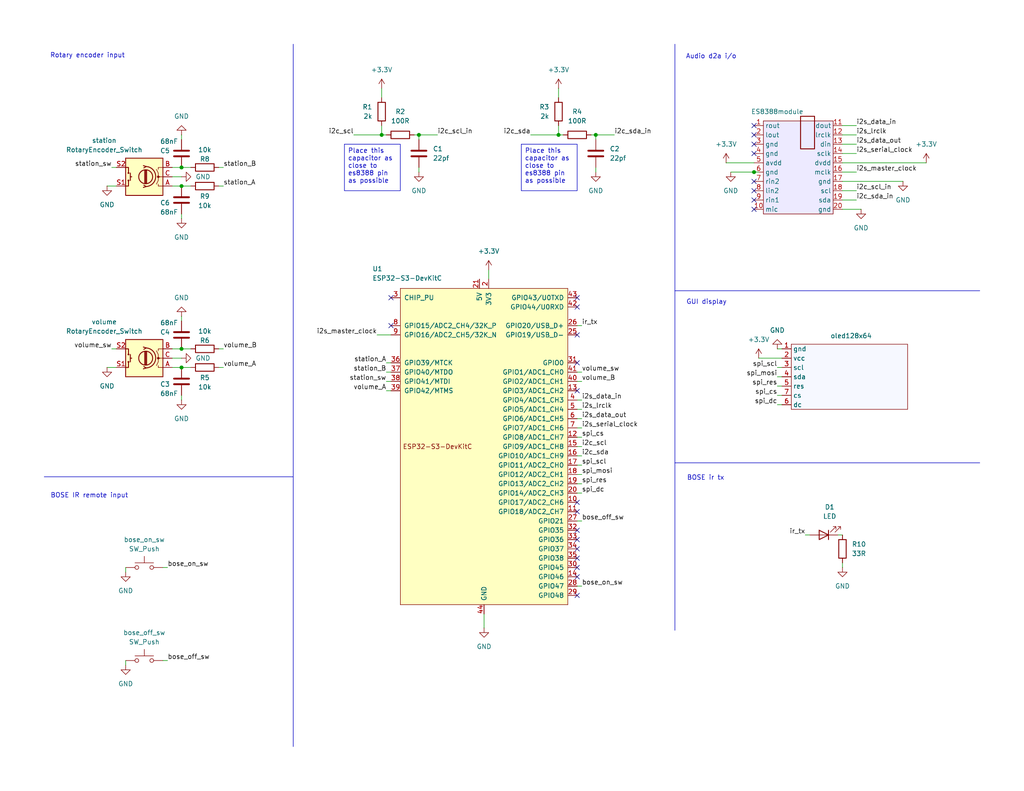
<source format=kicad_sch>
(kicad_sch (version 20250114) (generator "eeschema") (generator_version "9.0")
  (paper "USLetter")
  (title_block (title "Internet Radio V2") (date "2025-12-01") (rev "2.0") (company "AG Keck"))
  (lib_symbols
    (symbol "Device:C" (pin_numbers (hide yes)) (pin_names (offset 0.254))
      (property "Reference" "C" (at 0.635 2.54 0))
      (property "Value" "C" (at 0.635 -2.54 0))
      (symbol "C_0_1"
        (polyline (pts (xy -2.032 0.762) (xy 2.032 0.762)) (stroke (width 0.508)))
        (polyline (pts (xy -2.032 -0.762) (xy 2.032 -0.762)) (stroke (width 0.508)))
      )
      (symbol "C_1_1"
        (pin passive line (at 0 3.81 270) (length 2.794) (name "~") (number "1"))
        (pin passive line (at 0 -3.81 90) (length 2.794) (name "~") (number "2"))
      )
    )
    (symbol "Device:LED" (pin_numbers (hide yes)) (pin_names (offset 1.016) (hide yes))
      (property "Reference" "D" (at 0 2.54 0))
      (property "Value" "LED" (at 0 -2.54 0))
      (symbol "LED_0_1"
        (polyline (pts (xy -3.048 -0.762) (xy -4.572 -2.286) (xy -3.81 -2.286) (xy -4.572 -2.286) (xy -4.572 -1.524)))
        (polyline (pts (xy -1.778 -0.762) (xy -3.302 -2.286) (xy -2.54 -2.286) (xy -3.302 -2.286) (xy -3.302 -1.524)))
        (polyline (pts (xy -1.27 0) (xy 1.27 0)))
        (polyline (pts (xy -1.27 -1.27) (xy -1.27 1.27)) (stroke (width 0.254)))
        (polyline (pts (xy 1.27 -1.27) (xy 1.27 1.27) (xy -1.27 0) (xy 1.27 -1.27)) (stroke (width 0.254)))
      )
      (symbol "LED_1_1"
        (pin passive line (at -3.81 0 0) (length 2.54) (name "K") (number "1"))
        (pin passive line (at 3.81 0 180) (length 2.54) (name "A") (number "2"))
      )
    )
    (symbol "Device:R" (pin_numbers (hide yes)) (pin_names (offset 0))
      (property "Reference" "R" (at 2.032 0 90))
      (property "Value" "R" (at 0 0 90))
      (symbol "R_0_1"
        (rectangle (start -1.016 -2.54) (end 1.016 2.54) (stroke (width 0.254)))
      )
      (symbol "R_1_1"
        (pin passive line (at 0 3.81 270) (length 1.27) (name "~") (number "1"))
        (pin passive line (at 0 -3.81 90) (length 1.27) (name "~") (number "2"))
      )
    )
    (symbol "Device:RotaryEncoder_Switch" (pin_names (offset 0.254) (hide yes))
      (property "Reference" "SW" (at 0 6.604 0))
      (property "Value" "RotaryEncoder_Switch" (at 0 -6.604 0))
      (symbol "RotaryEncoder_Switch_0_1"
        (rectangle (start -5.08 5.08) (end 5.08 -5.08) (stroke (width 0.254)) (fill (type background)))
        (polyline (pts (xy -5.08 2.54) (xy -3.81 2.54) (xy -3.81 2.032)))
        (polyline (pts (xy -5.08 0) (xy -3.81 0) (xy -3.81 -1.016) (xy -3.302 -2.032)))
        (polyline (pts (xy -5.08 -2.54) (xy -3.81 -2.54) (xy -3.81 -2.032)))
        (polyline (pts (xy -4.318 0) (xy -3.81 0) (xy -3.81 1.016) (xy -3.302 2.032)))
        (circle (center -3.81 0) (radius 0.254) (fill (type outline)))
        (polyline (pts (xy -0.635 -1.778) (xy -0.635 1.778)) (stroke (width 0.254)))
        (circle (center -0.381 0) (radius 1.905) (stroke (width 0.254)))
        (polyline (pts (xy -0.381 -1.778) (xy -0.381 1.778)) (stroke (width 0.254)))
        (arc (start -0.381 -2.794) (mid -3.0988 -0.0635) (end -0.381 2.667) (stroke (width 0.254)))
        (polyline (pts (xy -0.127 1.778) (xy -0.127 -1.778)) (stroke (width 0.254)))
        (polyline (pts (xy 0.254 2.921) (xy -0.508 2.667) (xy 0.127 2.286)) (stroke (width 0.254)))
        (polyline (pts (xy 0.254 -3.048) (xy -0.508 -2.794) (xy 0.127 -2.413)) (stroke (width 0.254)))
        (polyline (pts (xy 3.81 1.016) (xy 3.81 -1.016)) (stroke (width 0.254)))
        (polyline (pts (xy 3.81 0) (xy 3.429 0)) (stroke (width 0.254)))
        (circle (center 4.318 1.016) (radius 0.127) (stroke (width 0.254)))
        (circle (center 4.318 -1.016) (radius 0.127) (stroke (width 0.254)))
        (polyline (pts (xy 5.08 2.54) (xy 4.318 2.54) (xy 4.318 1.016)) (stroke (width 0.254)))
        (polyline (pts (xy 5.08 -2.54) (xy 4.318 -2.54) (xy 4.318 -1.016)) (stroke (width 0.254)))
      )
      (symbol "RotaryEncoder_Switch_1_1"
        (pin passive line (at -7.62 2.54 0) (length 2.54) (name "A") (number "A"))
        (pin passive line (at -7.62 0 0) (length 2.54) (name "C") (number "C"))
        (pin passive line (at -7.62 -2.54 0) (length 2.54) (name "B") (number "B"))
        (pin passive line (at 7.62 2.54 180) (length 2.54) (name "S1") (number "S1"))
        (pin passive line (at 7.62 -2.54 180) (length 2.54) (name "S2") (number "S2"))
      )
    )
    (symbol "Espressif:ESP32-S3-DevKitC" (pin_names (offset 1.016))
      (property "Reference" "U" (at -22.86 48.26 0))
      (property "Value" "ESP32-S3-DevKitC" (at -22.86 45.72 0))
      (symbol "ESP32-S3-DevKitC_0_0"
        (text "ESP32-S3-DevKitC" (at -12.7 0 0) (effects (font (size 1.27 1.27))))
        (pin bidirectional line (at -25.4 15.24 0) (length 2.54) (name "GPIO42/MTMS") (number "39"))
        (pin power_in line (at 0 -45.72 90) (length 2.54) (name "GND") (number "44"))
        (pin bidirectional line (at 25.4 40.64 180) (length 2.54) (name "GPIO43/U0TXD") (number "43"))
        (pin bidirectional line (at 25.4 38.1 180) (length 2.54) (name "GPIO44/U0RXD") (number "42"))
        (pin bidirectional line (at 25.4 20.32 180) (length 2.54) (name "GPIO1/ADC1_CH0") (number "41"))
        (pin bidirectional line (at 25.4 17.78 180) (length 2.54) (name "GPIO2/ADC1_CH1") (number "40"))
        (pin bidirectional line (at 25.4 -10.16 180) (length 2.54) (name "GPIO13/ADC2_CH2") (number "19"))
        (pin bidirectional line (at 25.4 -35.56 180) (length 2.54) (name "GPIO46") (number "14"))
      )
      (symbol "ESP32-S3-DevKitC_0_1"
        (rectangle (start -22.86 43.18) (end 22.86 -43.18) (fill (type background)))
        (pin power_in line (at 1.27 45.72 270) (length 2.54) (name "3V3") (number "2"))
      )
      (symbol "ESP32-S3-DevKitC_1_1"
        (pin input line (at -25.4 40.64 0) (length 2.54) (name "CHIP_PU") (number "3"))
        (pin bidirectional line (at -25.4 33.02 0) (length 2.54) (name "GPIO15/ADC2_CH4/32K_P") (number "8"))
        (pin bidirectional line (at -25.4 30.48 0) (length 2.54) (name "GPIO16/ADC2_CH5/32K_N") (number "9"))
        (pin bidirectional line (at -25.4 22.86 0) (length 2.54) (name "GPIO39/MTCK") (number "36"))
        (pin bidirectional line (at -25.4 20.32 0) (length 2.54) (name "GPIO40/MTDO") (number "37"))
        (pin bidirectional line (at -25.4 17.78 0) (length 2.54) (name "GPIO41/MTDI") (number "38"))
        (pin power_in line (at -1.27 45.72 270) (length 2.54) (name "5V") (number "21"))
        (pin passive line (at 0 -45.72 90) (length 2.54) (hide yes) (name "GND") (number "22"))
        (pin passive line (at 0 -45.72 90) (length 2.54) (hide yes) (name "GND") (number "23"))
        (pin passive line (at 0 -45.72 90) (length 2.54) (hide yes) (name "GND") (number "24"))
        (pin passive line (at 1.27 45.72 270) (length 2.54) (hide yes) (name "3V3") (number "1"))
        (pin bidirectional line (at 25.4 33.02 180) (length 2.54) (name "GPIO20/USB_D+") (number "26"))
        (pin bidirectional line (at 25.4 30.48 180) (length 2.54) (name "GPIO19/USB_D-") (number "25"))
        (pin bidirectional line (at 25.4 22.86 180) (length 2.54) (name "GPIO0") (number "31"))
        (pin bidirectional line (at 25.4 15.24 180) (length 2.54) (name "GPIO3/ADC1_CH2") (number "13"))
        (pin bidirectional line (at 25.4 12.7 180) (length 2.54) (name "GPIO4/ADC1_CH3") (number "4"))
        (pin bidirectional line (at 25.4 10.16 180) (length 2.54) (name "GPIO5/ADC1_CH4") (number "5"))
        (pin bidirectional line (at 25.4 7.62 180) (length 2.54) (name "GPIO6/ADC1_CH5") (number "6"))
        (pin bidirectional line (at 25.4 5.08 180) (length 2.54) (name "GPIO7/ADC1_CH6") (number "7"))
        (pin bidirectional line (at 25.4 2.54 180) (length 2.54) (name "GPIO8/ADC1_CH7") (number "12"))
        (pin bidirectional line (at 25.4 0 180) (length 2.54) (name "GPIO9/ADC1_CH8") (number "15"))
        (pin bidirectional line (at 25.4 -2.54 180) (length 2.54) (name "GPIO10/ADC1_CH9") (number "16"))
        (pin bidirectional line (at 25.4 -5.08 180) (length 2.54) (name "GPIO11/ADC2_CH0") (number "17"))
        (pin bidirectional line (at 25.4 -7.62 180) (length 2.54) (name "GPIO12/ADC2_CH1") (number "18"))
        (pin bidirectional line (at 25.4 -12.7 180) (length 2.54) (name "GPIO14/ADC2_CH3") (number "20"))
        (pin bidirectional line (at 25.4 -15.24 180) (length 2.54) (name "GPIO17/ADC2_CH6") (number "10"))
        (pin bidirectional line (at 25.4 -17.78 180) (length 2.54) (name "GPIO18/ADC2_CH7") (number "11"))
        (pin bidirectional line (at 25.4 -20.32 180) (length 2.54) (name "GPIO21") (number "27"))
        (pin bidirectional line (at 25.4 -22.86 180) (length 2.54) (name "GPIO35") (number "32"))
        (pin bidirectional line (at 25.4 -25.4 180) (length 2.54) (name "GPIO36") (number "33"))
        (pin bidirectional line (at 25.4 -27.94 180) (length 2.54) (name "GPIO37") (number "34"))
        (pin bidirectional line (at 25.4 -30.48 180) (length 2.54) (name "GPIO38") (number "35"))
        (pin bidirectional line (at 25.4 -33.02 180) (length 2.54) (name "GPIO45") (number "30"))
        (pin bidirectional line (at 25.4 -38.1 180) (length 2.54) (name "GPIO47") (number "28"))
        (pin bidirectional line (at 25.4 -40.64 180) (length 2.54) (name "GPIO48") (number "29"))
      )
    )
    (symbol "Switch:SW_Push" (pin_numbers (hide yes)) (pin_names (offset 1.016) (hide yes))
      (property "Reference" "SW" (at 1.27 2.54 0))
      (property "Value" "SW_Push" (at 0 -1.524 0))
      (symbol "SW_Push_0_1"
        (circle (center -2.032 0) (radius 0.508))
        (polyline (pts (xy 0 1.27) (xy 0 3.048)))
        (circle (center 2.032 0) (radius 0.508))
        (polyline (pts (xy 2.54 1.27) (xy -2.54 1.27)))
        (pin passive line (at -5.08 0 0) (length 2.54) (name "1") (number "1"))
        (pin passive line (at 5.08 0 180) (length 2.54) (name "2") (number "2"))
      )
    )
    (symbol "es8388_module:es8388_module"
      (property "Reference" "U" (at 6.35 14.605 0))
      (property "Value" "ES8388module" (at -6.35 14.605 0))
      (symbol "es8388_module_0_1"
        (rectangle (start -10.16 12.7) (end 8.89 -12.7) (fill (type color) (color 207 198 255 0.36)))
        (rectangle (start 0 13.97) (end 3.81 5.08) (stroke (width 0.254)))
      )
      (symbol "es8388_module_1_0"
        (pin output line (at 11.43 11.43 180) (length 2.54) (name "dout") (number "11"))
        (pin input line (at 11.43 8.89 180) (length 2.54) (name "lrclk") (number "12"))
      )
      (symbol "es8388_module_1_1"
        (pin output line (at -12.7 11.43 0) (length 2.54) (name "rout") (number "1"))
        (pin output line (at -12.7 8.89 0) (length 2.54) (name "lout") (number "2"))
        (pin power_out line (at -12.7 6.35 0) (length 2.54) (name "gnd") (number "3"))
        (pin power_out line (at -12.7 3.81 0) (length 2.54) (name "gnd") (number "4"))
        (pin power_in line (at -12.7 1.27 0) (length 2.54) (name "avdd") (number "5"))
        (pin power_out line (at -12.7 -1.27 0) (length 2.54) (name "gnd") (number "6"))
        (pin input line (at -12.7 -3.81 0) (length 2.54) (name "rin2") (number "7"))
        (pin input line (at -12.7 -6.35 0) (length 2.54) (name "lin2") (number "8"))
        (pin input line (at -12.7 -8.89 0) (length 2.54) (name "rin1") (number "9"))
        (pin input line (at -12.7 -11.43 0) (length 2.54) (name "mic") (number "10"))
        (pin input line (at 11.43 6.35 180) (length 2.54) (name "din") (number "13"))
        (pin input line (at 11.43 3.81 180) (length 2.54) (name "sclk") (number "14"))
        (pin power_in line (at 11.43 1.27 180) (length 2.54) (name "dvdd") (number "15"))
        (pin input line (at 11.43 -1.27 180) (length 2.54) (name "mclk") (number "16"))
        (pin power_out line (at 11.43 -3.81 180) (length 2.54) (name "gnd") (number "17"))
        (pin input line (at 11.43 -6.35 180) (length 2.54) (name "scl") (number "18"))
        (pin input line (at 11.43 -8.89 180) (length 2.54) (name "sda") (number "19"))
        (pin power_out line (at 11.43 -11.43 180) (length 2.54) (name "gnd") (number "20"))
      )
    )
    (symbol "oled_128x64_spi:oled_128x64_spi"
      (property "Reference" "U" (at 3.175 10.795 0))
      (property "Value" "oled128x64" (at -7.62 10.795 0))
      (symbol "oled_128x64_spi_0_1"
        (rectangle (start -8.89 8.89) (end 22.86 -8.89) (fill (type color) (color 174 198 255 0.11)))
      )
      (symbol "oled_128x64_spi_1_1"
        (pin power_out line (at -11.43 7.62 0) (length 2.54) (name "gnd") (number "1"))
        (pin power_in line (at -11.43 5.08 0) (length 2.54) (name "vcc") (number "2"))
        (pin input line (at -11.43 2.54 0) (length 2.54) (name "scl") (number "3"))
        (pin input line (at -11.43 0 0) (length 2.54) (name "sda") (number "4"))
        (pin input line (at -11.43 -2.54 0) (length 2.54) (name "res") (number "5"))
        (pin input line (at -11.43 -5.08 0) (length 2.54) (name "cs") (number "7"))
        (pin input line (at -11.43 -7.62 0) (length 2.54) (name "dc") (number "6"))
      )
    )
    (symbol "power:+3.3V" (power) (pin_numbers (hide yes)) (pin_names (offset 0) (hide yes))
      (property "Value" "+3.3V" (at 0 3.556 0))
      (symbol "+3.3V_0_1"
        (polyline (pts (xy -0.762 1.27) (xy 0 2.54)))
        (polyline (pts (xy 0 2.54) (xy 0.762 1.27)))
        (polyline (pts (xy 0 0) (xy 0 2.54)))
      )
      (symbol "+3.3V_1_1"
        (pin power_in line (at 0 0 90) (length 0) (name "~") (number "1"))
      )
    )
    (symbol "power:GND" (power) (pin_numbers (hide yes)) (pin_names (offset 0) (hide yes))
      (property "Value" "GND" (at 0 -3.81 0))
      (symbol "GND_0_1"
        (polyline (pts (xy 0 0) (xy 0 -1.27) (xy 1.27 -1.27) (xy 0 -2.54) (xy -1.27 -1.27) (xy 0 -1.27)))
      )
      (symbol "GND_1_1"
        (pin power_in line (at 0 0 270) (length 0) (name "~") (number "1"))
      )
    )
  )
  (text "GUI display" (at 192.786 82.55 0) (effects (font (size 1.27 1.27))))
  (text "Rotary encoder input" (at 23.876 15.24 0) (effects (font (size 1.27 1.27))))
  (text "Audio d2a i/o" (at 194.056 15.494 0) (effects (font (size 1.27 1.27))))
  (text "BOSE ir tx" (at 192.532 130.556 0) (effects (font (size 1.27 1.27))))
  (text "BOSE IR remote input" (at 24.384 135.382 0) (effects (font (size 1.27 1.27))))
  (text_box "Place this capacitor as close to es8388 pin as possible" (at 93.98 39.37 0) (size 15.24 12.7) (margins 0.9525 0.9525 0.9525 0.9525) (effects (font (size 1.27 1.27)) (justify left top)))
  (text_box "Place this capacitor as close to es8388 pin as possible" (at 142.24 39.37 0) (size 15.24 12.7) (margins 0.9525 0.9525 0.9525 0.9525) (effects (font (size 1.27 1.27)) (justify left top)))
  (junction (at 49.53 100.33))
  (junction (at 49.53 95.25))
  (junction (at 205.74 46.99))
  (junction (at 114.3 36.83))
  (junction (at 104.14 36.83))
  (junction (at 49.53 45.72))
  (junction (at 49.53 50.8))
  (junction (at 162.56 36.83))
  (junction (at 152.4 36.83))
  (no_connect (at 157.48 149.86))
  (no_connect (at 157.48 81.28))
  (no_connect (at 205.74 39.37))
  (no_connect (at 205.74 49.53))
  (no_connect (at 157.48 99.06))
  (no_connect (at 106.68 81.28))
  (no_connect (at 205.74 34.29))
  (no_connect (at 205.74 57.15))
  (no_connect (at 157.48 139.7))
  (no_connect (at 205.74 54.61))
  (no_connect (at 106.68 88.9))
  (no_connect (at 205.74 52.07))
  (no_connect (at 157.48 147.32))
  (no_connect (at 157.48 154.94))
  (no_connect (at 157.48 152.4))
  (no_connect (at 157.48 83.82))
  (no_connect (at 157.48 91.44))
  (no_connect (at 157.48 144.78))
  (no_connect (at 157.48 106.68))
  (no_connect (at 205.74 36.83))
  (no_connect (at 157.48 137.16))
  (no_connect (at 205.74 41.91))
  (no_connect (at 157.48 162.56))
  (no_connect (at 157.48 157.48))
  (wire (pts (xy 161.29 36.83) (xy 162.56 36.83)))
  (wire (pts (xy 49.53 38.1) (xy 49.53 36.83)))
  (wire (pts (xy 157.48 88.9) (xy 158.75 88.9)))
  (wire (pts (xy 229.87 46.99) (xy 233.68 46.99)))
  (wire (pts (xy 105.41 104.14) (xy 106.68 104.14)))
  (wire (pts (xy 152.4 24.13) (xy 152.4 26.67)))
  (wire (pts (xy 158.75 134.62) (xy 157.48 134.62)))
  (wire (pts (xy 229.87 54.61) (xy 233.68 54.61)))
  (polyline (pts (xy 184.15 79.375) (xy 267.335 79.375)))
  (wire (pts (xy 213.36 110.49) (xy 212.09 110.49)))
  (wire (pts (xy 105.41 101.6) (xy 106.68 101.6)))
  (wire (pts (xy 113.03 36.83) (xy 114.3 36.83)))
  (wire (pts (xy 158.75 129.54) (xy 157.48 129.54)))
  (wire (pts (xy 46.99 50.8) (xy 49.53 50.8)))
  (wire (pts (xy 207.01 46.99) (xy 205.74 46.99)))
  (wire (pts (xy 49.53 45.72) (xy 52.07 45.72)))
  (wire (pts (xy 49.53 87.63) (xy 49.53 86.36)))
  (wire (pts (xy 162.56 38.1) (xy 162.56 36.83)))
  (wire (pts (xy 205.74 44.45) (xy 198.12 44.45)))
  (wire (pts (xy 59.69 95.25) (xy 60.96 95.25)))
  (wire (pts (xy 229.87 153.67) (xy 229.87 154.94)))
  (wire (pts (xy 46.99 95.25) (xy 49.53 95.25)))
  (wire (pts (xy 228.6 146.05) (xy 229.87 146.05)))
  (wire (pts (xy 46.99 100.33) (xy 49.53 100.33)))
  (wire (pts (xy 157.48 142.24) (xy 158.75 142.24)))
  (wire (pts (xy 49.53 50.8) (xy 52.07 50.8)))
  (wire (pts (xy 157.48 101.6) (xy 158.75 101.6)))
  (wire (pts (xy 114.3 36.83) (xy 119.38 36.83)))
  (wire (pts (xy 157.48 124.46) (xy 158.75 124.46)))
  (wire (pts (xy 34.29 180.34) (xy 34.29 181.61)))
  (wire (pts (xy 229.87 52.07) (xy 233.68 52.07)))
  (wire (pts (xy 34.29 154.94) (xy 34.29 156.21)))
  (wire (pts (xy 152.4 34.29) (xy 152.4 36.83)))
  (wire (pts (xy 144.78 36.83) (xy 152.4 36.83)))
  (wire (pts (xy 30.48 95.25) (xy 31.75 95.25)))
  (wire (pts (xy 96.52 36.83) (xy 104.14 36.83)))
  (wire (pts (xy 158.75 119.38) (xy 157.48 119.38)))
  (wire (pts (xy 213.36 107.95) (xy 212.09 107.95)))
  (wire (pts (xy 30.48 45.72) (xy 31.75 45.72)))
  (wire (pts (xy 233.68 41.91) (xy 229.87 41.91)))
  (wire (pts (xy 213.36 102.87) (xy 212.09 102.87)))
  (wire (pts (xy 213.36 100.33) (xy 212.09 100.33)))
  (wire (pts (xy 114.3 45.72) (xy 114.3 46.99)))
  (wire (pts (xy 49.53 95.25) (xy 52.07 95.25)))
  (wire (pts (xy 158.75 109.22) (xy 157.48 109.22)))
  (wire (pts (xy 157.48 127) (xy 158.75 127)))
  (polyline (pts (xy 12.065 130.175) (xy 80.01 130.175)))
  (wire (pts (xy 132.08 171.45) (xy 132.08 167.64)))
  (wire (pts (xy 157.48 160.02) (xy 158.75 160.02)))
  (wire (pts (xy 114.3 38.1) (xy 114.3 36.83)))
  (wire (pts (xy 104.14 24.13) (xy 104.14 26.67)))
  (wire (pts (xy 106.68 106.68) (xy 105.41 106.68)))
  (polyline (pts (xy 80.01 12.065) (xy 80.01 203.835)))
  (wire (pts (xy 162.56 36.83) (xy 167.64 36.83)))
  (wire (pts (xy 162.56 45.72) (xy 162.56 46.99)))
  (wire (pts (xy 59.69 45.72) (xy 60.96 45.72)))
  (wire (pts (xy 133.35 73.66) (xy 133.35 76.2)))
  (wire (pts (xy 29.21 50.8) (xy 31.75 50.8)))
  (wire (pts (xy 233.68 34.29) (xy 229.87 34.29)))
  (wire (pts (xy 105.41 99.06) (xy 106.68 99.06)))
  (wire (pts (xy 44.45 180.34) (xy 45.72 180.34)))
  (wire (pts (xy 102.87 91.44) (xy 106.68 91.44)))
  (wire (pts (xy 49.53 107.95) (xy 49.53 109.22)))
  (wire (pts (xy 213.36 95.25) (xy 212.09 95.25)))
  (wire (pts (xy 152.4 36.83) (xy 153.67 36.83)))
  (wire (pts (xy 229.87 49.53) (xy 246.38 49.53)))
  (wire (pts (xy 158.75 114.3) (xy 157.48 114.3)))
  (wire (pts (xy 229.87 44.45) (xy 252.73 44.45)))
  (wire (pts (xy 229.87 36.83) (xy 233.68 36.83)))
  (wire (pts (xy 233.68 39.37) (xy 229.87 39.37)))
  (polyline (pts (xy 184.15 12.065) (xy 184.15 172.085)))
  (wire (pts (xy 157.48 111.76) (xy 158.75 111.76)))
  (wire (pts (xy 59.69 50.8) (xy 60.96 50.8)))
  (wire (pts (xy 205.74 46.99) (xy 199.39 46.99)))
  (wire (pts (xy 29.21 100.33) (xy 31.75 100.33)))
  (wire (pts (xy 44.45 154.94) (xy 45.72 154.94)))
  (wire (pts (xy 219.71 146.05) (xy 220.98 146.05)))
  (wire (pts (xy 104.14 34.29) (xy 104.14 36.83)))
  (wire (pts (xy 213.36 97.79) (xy 207.01 97.79)))
  (wire (pts (xy 46.99 97.79) (xy 49.53 97.79)))
  (wire (pts (xy 49.53 58.42) (xy 49.53 59.69)))
  (wire (pts (xy 49.53 100.33) (xy 52.07 100.33)))
  (wire (pts (xy 213.36 105.41) (xy 212.09 105.41)))
  (wire (pts (xy 104.14 36.83) (xy 105.41 36.83)))
  (wire (pts (xy 59.69 100.33) (xy 60.96 100.33)))
  (polyline (pts (xy 184.15 126.365) (xy 267.335 126.365)))
  (wire (pts (xy 158.75 132.08) (xy 157.48 132.08)))
  (wire (pts (xy 46.99 48.26) (xy 49.53 48.26)))
  (wire (pts (xy 158.75 116.84) (xy 157.48 116.84)))
  (wire (pts (xy 229.87 57.15) (xy 234.95 57.15)))
  (wire (pts (xy 157.48 104.14) (xy 158.75 104.14)))
  (wire (pts (xy 157.48 121.92) (xy 158.75 121.92)))
  (wire (pts (xy 46.99 45.72) (xy 49.53 45.72)))
  (label "spi_mosi" (at 158.75 129.54 0))
  (label "ir_tx" (at 158.75 88.9 0))
  (label "volume_B" (at 60.96 95.25 0))
  (label "spi_dc" (at 158.75 134.62 0))
  (label "i2c_sda_in" (at 233.68 54.61 0))
  (label "station_B" (at 60.96 45.72 0))
  (label "spi_cs" (at 158.75 119.38 0))
  (label "ir_tx" (at 219.71 146.05 180))
  (label "i2s_data_in" (at 158.75 109.22 0))
  (label "i2c_scl_in" (at 233.68 52.07 0))
  (label "spi_scl" (at 158.75 127 0))
  (label "spi_dc" (at 212.09 110.49 180))
  (label "i2c_sda" (at 144.78 36.83 180))
  (label "station_sw" (at 30.48 45.72 180))
  (label "volume_A" (at 105.41 106.68 180))
  (label "i2s_data_in" (at 233.68 34.29 0))
  (label "bose_off_sw" (at 45.72 180.34 0))
  (label "station_A" (at 60.96 50.8 0))
  (label "i2c_scl" (at 158.75 121.92 0))
  (label "spi_res" (at 212.09 105.41 180))
  (label "i2s_data_out" (at 158.75 114.3 0))
  (label "i2s_serial_clock" (at 158.75 116.84 0))
  (label "spi_cs" (at 212.09 107.95 180))
  (label "volume_B" (at 158.75 104.14 0))
  (label "i2s_serial_clock" (at 233.68 41.91 0))
  (label "i2s_master_clock" (at 233.68 46.99 0))
  (label "bose_on_sw" (at 45.72 154.94 0))
  (label "volume_sw" (at 158.75 101.6 0))
  (label "i2s_lrclk" (at 158.75 111.76 0))
  (label "i2c_sda" (at 158.75 124.46 0))
  (label "volume_sw" (at 30.48 95.25 180))
  (label "i2s_data_out" (at 233.68 39.37 0))
  (label "i2c_scl_in" (at 119.38 36.83 0))
  (label "i2c_sda_in" (at 167.64 36.83 0))
  (label "station_B" (at 105.41 101.6 180))
  (label "i2s_lrclk" (at 233.68 36.83 0))
  (label "i2c_scl" (at 96.52 36.83 180))
  (label "bose_on_sw" (at 158.75 160.02 0))
  (label "spi_mosi" (at 212.09 102.87 180))
  (label "spi_scl" (at 212.09 100.33 180))
  (label "volume_A" (at 60.96 100.33 0))
  (label "station_sw" (at 105.41 104.14 180))
  (label "i2s_master_clock" (at 102.87 91.44 180))
  (label "bose_off_sw" (at 158.75 142.24 0))
  (label "spi_res" (at 158.75 132.08 0))
  (label "station_A" (at 105.41 99.06 180))
  (symbol (lib_id "Device:R") (at 152.4 30.48 0) (mirror y) (unit 1)
    (property "Reference" "R3" (at 149.86 29.2099 0) (effects (justify left)))
    (property "Value" "2k" (at 149.86 31.7499 0) (effects (justify left)))
    (property "Description" "Resistor" (effects (hide yes)))
  )
  (symbol (lib_id "Device:C") (at 49.53 91.44 0) (mirror x) (unit 1)
    (property "Reference" "C4" (at 43.688 90.678 0) (effects (justify left)))
    (property "Value" "68nF" (at 43.688 88.138 0) (effects (justify left)))
    (property "Description" "Unpolarized capacitor" (effects (hide yes)))
  )
  (symbol (lib_id "power:GND") (at 49.53 59.69 0) (unit 1)
    (property "Reference" "#PWR023" (effects (hide yes)))
    (property "Value" "GND" (at 49.53 64.77 0))
    (property "Description" "Power symbol creates a global label with name \"GND\" , ground" (effects (hide yes)))
  )
  (symbol (lib_id "es8388_module:es8388_module") (at 218.44 45.72 0) (unit 1)
    (property "Reference" "ES8388module" (at 212.09 30.48 0))
  )
  (symbol (lib_id "power:GND") (at 234.95 57.15 0) (unit 1)
    (property "Reference" "#PWR04" (effects (hide yes)))
    (property "Value" "GND" (at 234.95 62.23 0))
    (property "Description" "Power symbol creates a global label with name \"GND\" , ground" (effects (hide yes)))
  )
  (symbol (lib_id "power:+3.3V") (at 133.35 73.66 0) (unit 1)
    (property "Reference" "#PWR01" (effects (hide yes)))
    (property "Value" "+3.3V" (at 133.35 68.58 0))
    (property "Description" "Power symbol creates a global label with name \"+3.3V\"" (effects (hide yes)))
  )
  (symbol (lib_id "Device:RotaryEncoder_Switch") (at 39.37 48.26 180) (unit 1)
    (property "Reference" "station" (at 28.448 38.354 0))
    (property "Value" "RotaryEncoder_Switch" (at 28.448 40.894 0))
    (property "Description" "Rotary encoder, dual channel, incremental quadrate outputs, with switch" (effects (hide yes)))
  )
  (symbol (lib_id "Device:R") (at 55.88 100.33 90) (unit 1)
    (property "Reference" "R5" (at 55.88 103.124 90))
    (property "Value" "10k" (at 55.88 105.664 90))
    (property "Description" "Resistor" (effects (hide yes)))
  )
  (symbol (lib_id "power:GND") (at 29.21 50.8 0) (unit 1)
    (property "Reference" "#PWR020" (effects (hide yes)))
    (property "Value" "GND" (at 29.21 55.88 0))
    (property "Description" "Power symbol creates a global label with name \"GND\" , ground" (effects (hide yes)))
  )
  (symbol (lib_id "power:GND") (at 162.56 46.99 0) (unit 1)
    (property "Reference" "#PWR012" (effects (hide yes)))
    (property "Value" "GND" (at 162.56 52.07 0))
    (property "Description" "Power symbol creates a global label with name \"GND\" , ground" (effects (hide yes)))
  )
  (symbol (lib_id "Device:C") (at 49.53 41.91 0) (mirror x) (unit 1)
    (property "Reference" "C5" (at 43.688 41.148 0) (effects (justify left)))
    (property "Value" "68nF" (at 43.688 38.608 0) (effects (justify left)))
    (property "Description" "Unpolarized capacitor" (effects (hide yes)))
  )
  (symbol (lib_id "power:+3.3V") (at 198.12 44.45 0) (unit 1)
    (property "Reference" "#PWR06" (effects (hide yes)))
    (property "Value" "+3.3V" (at 198.12 39.37 0))
    (property "Description" "Power symbol creates a global label with name \"+3.3V\"" (effects (hide yes)))
  )
  (symbol (lib_id "power:+3.3V") (at 152.4 24.13 0) (unit 1)
    (property "Reference" "#PWR011" (effects (hide yes)))
    (property "Value" "+3.3V" (at 152.4 19.05 0))
    (property "Description" "Power symbol creates a global label with name \"+3.3V\"" (effects (hide yes)))
  )
  (symbol (lib_id "power:GND") (at 34.29 181.61 0) (unit 1)
    (property "Reference" "#PWR025" (effects (hide yes)))
    (property "Value" "GND" (at 34.29 186.69 0))
    (property "Description" "Power symbol creates a global label with name \"GND\" , ground" (effects (hide yes)))
  )
  (symbol (lib_id "power:GND") (at 49.53 36.83 0) (mirror x) (unit 1)
    (property "Reference" "#PWR021" (effects (hide yes)))
    (property "Value" "GND" (at 49.53 31.75 0))
    (property "Description" "Power symbol creates a global label with name \"GND\" , ground" (effects (hide yes)))
  )
  (symbol (lib_id "Device:R") (at 55.88 95.25 90) (mirror x) (unit 1)
    (property "Reference" "R6" (at 55.88 92.964 90))
    (property "Value" "10k" (at 55.88 90.424 90))
    (property "Description" "Resistor" (effects (hide yes)))
  )
  (symbol (lib_id "power:+3.3V") (at 252.73 44.45 0) (unit 1)
    (property "Reference" "#PWR07" (effects (hide yes)))
    (property "Value" "+3.3V" (at 252.73 39.37 0))
    (property "Description" "Power symbol creates a global label with name \"+3.3V\"" (effects (hide yes)))
  )
  (symbol (lib_id "Device:C") (at 49.53 54.61 0) (unit 1)
    (property "Reference" "C6" (at 43.688 55.372 0) (effects (justify left)))
    (property "Value" "68nF" (at 43.688 57.912 0) (effects (justify left)))
    (property "Description" "Unpolarized capacitor" (effects (hide yes)))
  )
  (symbol (lib_id "power:GND") (at 49.53 48.26 90) (unit 1)
    (property "Reference" "#PWR022" (effects (hide yes)))
    (property "Value" "GND" (at 53.34 48.2599 90) (effects (justify right)))
    (property "Description" "Power symbol creates a global label with name \"GND\" , ground" (effects (hide yes)))
  )
  (symbol (lib_id "Device:R") (at 229.87 149.86 0) (unit 1)
    (property "Reference" "R10" (at 232.41 148.5899 0) (effects (justify left)))
    (property "Value" "33R" (at 232.41 151.1299 0) (effects (justify left)))
    (property "Description" "Resistor" (effects (hide yes)))
  )
  (symbol (lib_id "Device:C") (at 114.3 41.91 0) (unit 1)
    (property "Reference" "C1" (at 118.11 40.6399 0) (effects (justify left)))
    (property "Value" "22pf" (at 118.11 43.1799 0) (effects (justify left)))
    (property "Description" "Unpolarized capacitor" (effects (hide yes)))
  )
  (symbol (lib_id "power:GND") (at 229.87 154.94 0) (unit 1)
    (property "Reference" "#PWR026" (effects (hide yes)))
    (property "Value" "GND" (at 229.87 160.02 0))
    (property "Description" "Power symbol creates a global label with name \"GND\" , ground" (effects (hide yes)))
  )
  (symbol (lib_id "power:GND") (at 199.39 46.99 0) (unit 1)
    (property "Reference" "#PWR05" (effects (hide yes)))
    (property "Value" "GND" (at 199.39 52.07 0))
    (property "Description" "Power symbol creates a global label with name \"GND\" , ground" (effects (hide yes)))
  )
  (symbol (lib_id "Device:R") (at 55.88 45.72 90) (mirror x) (unit 1)
    (property "Reference" "R8" (at 55.88 43.434 90))
    (property "Value" "10k" (at 55.88 40.894 90))
    (property "Description" "Resistor" (effects (hide yes)))
  )
  (symbol (lib_id "power:GND") (at 212.09 95.25 180) (unit 1)
    (property "Reference" "#PWR014" (effects (hide yes)))
    (property "Value" "GND" (at 212.09 90.17 0))
    (property "Description" "Power symbol creates a global label with name \"GND\" , ground" (effects (hide yes)))
  )
  (symbol (lib_id "power:GND") (at 49.53 109.22 0) (unit 1)
    (property "Reference" "#PWR015" (effects (hide yes)))
    (property "Value" "GND" (at 49.53 114.3 0))
    (property "Description" "Power symbol creates a global label with name \"GND\" , ground" (effects (hide yes)))
  )
  (symbol (lib_id "power:GND") (at 49.53 86.36 0) (mirror x) (unit 1)
    (property "Reference" "#PWR018" (effects (hide yes)))
    (property "Value" "GND" (at 49.53 81.28 0))
    (property "Description" "Power symbol creates a global label with name \"GND\" , ground" (effects (hide yes)))
  )
  (symbol (lib_id "power:GND") (at 246.38 49.53 0) (unit 1)
    (property "Reference" "#PWR03" (effects (hide yes)))
    (property "Value" "GND" (at 246.38 54.61 0))
    (property "Description" "Power symbol creates a global label with name \"GND\" , ground" (effects (hide yes)))
  )
  (symbol (lib_id "Switch:SW_Push") (at 39.37 180.34 0) (unit 1)
    (property "Reference" "bose_off_sw" (at 39.37 172.72 0))
    (property "Value" "SW_Push" (at 39.37 175.26 0))
    (property "Description" "Push button switch, generic, two pins" (effects (hide yes)))
  )
  (symbol (lib_id "Device:R") (at 157.48 36.83 90) (unit 1)
    (property "Reference" "R4" (at 157.48 30.48 90))
    (property "Value" "100R" (at 157.48 33.02 90))
    (property "Description" "Resistor" (effects (hide yes)))
  )
  (symbol (lib_id "Device:LED") (at 224.79 146.05 180) (unit 1)
    (property "Reference" "D1" (at 226.3775 138.43 0))
    (property "Value" "LED" (at 226.3775 140.97 0))
    (property "Description" "Light emitting diode" (effects (hide yes)))
    (property "Sim.Pins" "1=K 2=A" (effects (hide yes)))
  )
  (symbol (lib_id "power:GND") (at 114.3 46.99 0) (unit 1)
    (property "Reference" "#PWR09" (effects (hide yes)))
    (property "Value" "GND" (at 114.3 52.07 0))
    (property "Description" "Power symbol creates a global label with name \"GND\" , ground" (effects (hide yes)))
  )
  (symbol (lib_id "power:GND") (at 132.08 171.45 0) (unit 1)
    (property "Reference" "#PWR02" (effects (hide yes)))
    (property "Value" "GND" (at 132.08 176.53 0))
    (property "Description" "Power symbol creates a global label with name \"GND\" , ground" (effects (hide yes)))
  )
  (symbol (lib_id "Espressif:ESP32-S3-DevKitC") (at 132.08 121.92 0) (unit 1)
    (property "Reference" "U1" (at 101.6 73.406 0) (effects (justify left)))
    (property "Value" "ESP32-S3-DevKitC" (at 101.6 75.946 0) (effects (justify left)))
    (property "Footprint" "PCM_Espressif:ESP32-S3-DevKitC" (effects (hide yes)))
    (property "Description" "ESP32-S3-DevKitC" (effects (hide yes)))
  )
  (symbol (lib_id "power:GND") (at 29.21 100.33 0) (unit 1)
    (property "Reference" "#PWR013" (effects (hide yes)))
    (property "Value" "GND" (at 29.21 105.41 0))
    (property "Description" "Power symbol creates a global label with name \"GND\" , ground" (effects (hide yes)))
  )
  (symbol (lib_id "oled_128x64_spi:oled_128x64_spi") (at 224.79 102.87 0) (unit 1)
    (property "Reference" "oled128x64" (at 226.568 91.694 0) (effects (justify left)))
  )
  (symbol (lib_id "power:+3.3V") (at 207.01 97.79 0) (unit 1)
    (property "Reference" "#PWR010" (effects (hide yes)))
    (property "Value" "+3.3V" (at 207.01 92.71 0))
    (property "Description" "Power symbol creates a global label with name \"+3.3V\"" (effects (hide yes)))
  )
  (symbol (lib_id "power:GND") (at 49.53 97.79 90) (unit 1)
    (property "Reference" "#PWR019" (effects (hide yes)))
    (property "Value" "GND" (at 53.34 97.7899 90) (effects (justify right)))
    (property "Description" "Power symbol creates a global label with name \"GND\" , ground" (effects (hide yes)))
  )
  (symbol (lib_id "power:GND") (at 34.29 156.21 0) (unit 1)
    (property "Reference" "#PWR024" (effects (hide yes)))
    (property "Value" "GND" (at 34.29 161.29 0))
    (property "Description" "Power symbol creates a global label with name \"GND\" , ground" (effects (hide yes)))
  )
  (symbol (lib_id "Device:R") (at 109.22 36.83 90) (unit 1)
    (property "Reference" "R2" (at 109.22 30.48 90))
    (property "Value" "100R" (at 109.22 33.02 90))
    (property "Description" "Resistor" (effects (hide yes)))
  )
  (symbol (lib_id "Device:R") (at 55.88 50.8 90) (unit 1)
    (property "Reference" "R9" (at 55.88 53.594 90))
    (property "Value" "10k" (at 55.88 56.134 90))
    (property "Description" "Resistor" (effects (hide yes)))
  )
  (symbol (lib_id "Device:C") (at 162.56 41.91 0) (unit 1)
    (property "Reference" "C2" (at 166.37 40.6399 0) (effects (justify left)))
    (property "Value" "22pf" (at 166.37 43.1799 0) (effects (justify left)))
    (property "Description" "Unpolarized capacitor" (effects (hide yes)))
  )
  (symbol (lib_id "Device:RotaryEncoder_Switch") (at 39.37 97.79 180) (unit 1)
    (property "Reference" "volume" (at 28.448 87.884 0))
    (property "Value" "RotaryEncoder_Switch" (at 28.448 90.424 0))
    (property "Description" "Rotary encoder, dual channel, incremental quadrate outputs, with switch" (effects (hide yes)))
  )
  (symbol (lib_id "Device:C") (at 49.53 104.14 0) (unit 1)
    (property "Reference" "C3" (at 43.688 104.902 0) (effects (justify left)))
    (property "Value" "68nF" (at 43.688 107.442 0) (effects (justify left)))
    (property "Description" "Unpolarized capacitor" (effects (hide yes)))
  )
  (symbol (lib_id "Device:R") (at 104.14 30.48 0) (mirror y) (unit 1)
    (property "Reference" "R1" (at 101.6 29.2099 0) (effects (justify left)))
    (property "Value" "2k" (at 101.6 31.7499 0) (effects (justify left)))
    (property "Description" "Resistor" (effects (hide yes)))
  )
  (symbol (lib_id "Switch:SW_Push") (at 39.37 154.94 0) (unit 1)
    (property "Reference" "bose_on_sw" (at 39.37 147.32 0))
    (property "Value" "SW_Push" (at 39.37 149.86 0))
    (property "Description" "Push button switch, generic, two pins" (effects (hide yes)))
  )
  (symbol (lib_id "power:+3.3V") (at 104.14 24.13 0) (unit 1)
    (property "Reference" "#PWR08" (effects (hide yes)))
    (property "Value" "+3.3V" (at 104.14 19.05 0))
    (property "Description" "Power symbol creates a global label with name \"+3.3V\"" (effects (hide yes)))
  )
)
</source>
